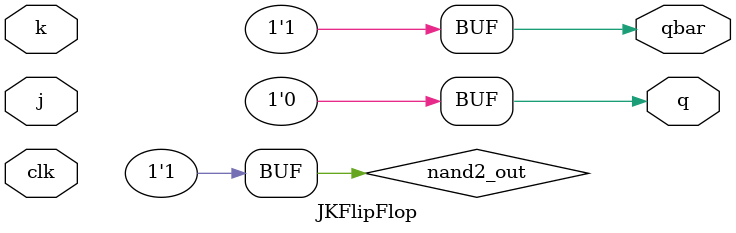
<source format=v>
module JKFlipFlop(q,qbar,clk,j,k);

	input j,k,clk;
	output reg q = 0;
	output reg qbar = 1;

	wire nand1_out; // output from nand1
	wire nand2_out; // output from nand2

	
	nand(nand1_out, j,clk,qbar);
	nand(nand2_out, k,clk,q);
	
	SR_Latch my_latch(nand1_out, nand2_out, q, qbar);
	

endmodule
</source>
